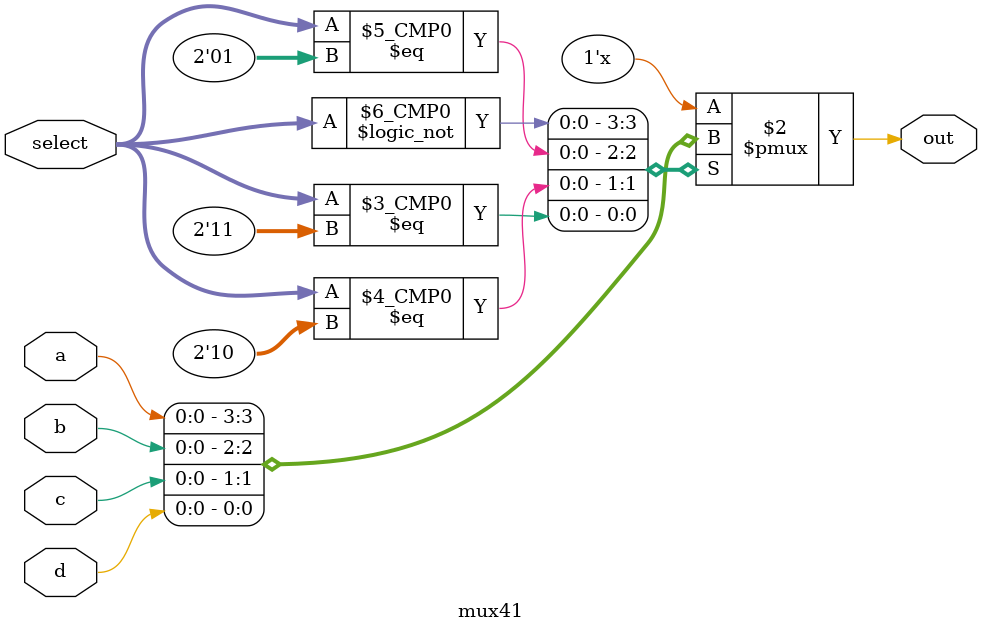
<source format=v>
module mux41(
    input a,
    input b, 
    input c,
    input d, 
    input [1:0] select, 
    output reg out
); 

    always @(*) begin
        case(select)
            2'b00: out = a; 
            2'b01: out = b; 
            2'b10: out = c; 
            2'b11: out = d; 
            default: out = 1'bx; 
        endcase
    end
endmodule 
</source>
